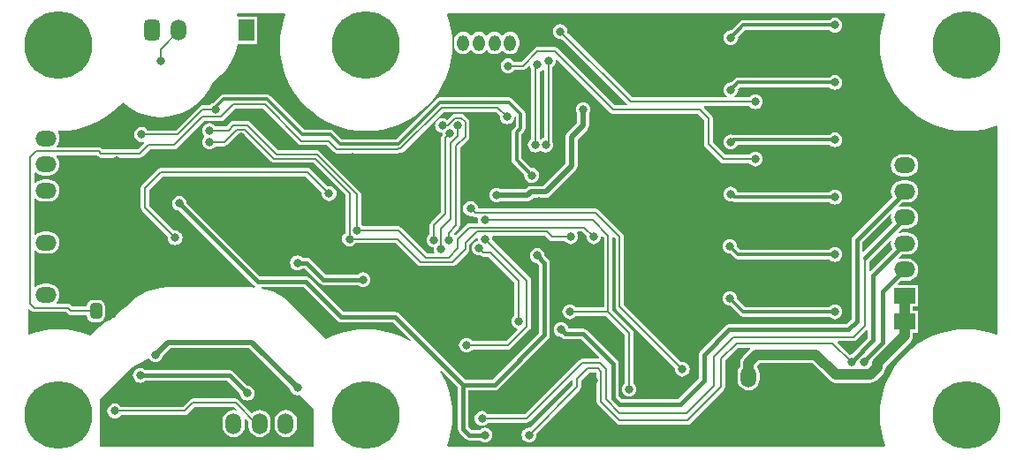
<source format=gbl>
G04*
G04 #@! TF.GenerationSoftware,Altium Limited,Altium Designer,20.0.13 (296)*
G04*
G04 Layer_Physical_Order=2*
G04 Layer_Color=16711680*
%FSLAX43Y43*%
%MOMM*%
G71*
G01*
G75*
%ADD11C,0.400*%
%ADD12C,0.200*%
%ADD14C,0.500*%
%ADD35C,0.800*%
%ADD72C,0.300*%
%ADD74C,1.000*%
%ADD77C,6.500*%
%ADD78R,1.150X1.500*%
%ADD79O,1.150X1.500*%
%ADD80O,1.500X2.000*%
G04:AMPARAMS|DCode=81|XSize=1.5mm|YSize=2mm|CornerRadius=0.375mm|HoleSize=0mm|Usage=FLASHONLY|Rotation=0.000|XOffset=0mm|YOffset=0mm|HoleType=Round|Shape=RoundedRectangle|*
%AMROUNDEDRECTD81*
21,1,1.500,1.250,0,0,0.0*
21,1,0.750,2.000,0,0,0.0*
1,1,0.750,0.375,-0.625*
1,1,0.750,-0.375,-0.625*
1,1,0.750,-0.375,0.625*
1,1,0.750,0.375,0.625*
%
%ADD81ROUNDEDRECTD81*%
%ADD82R,1.500X2.000*%
%ADD83O,2.000X1.500*%
%ADD84R,2.000X1.500*%
G04:AMPARAMS|DCode=85|XSize=1.15mm|YSize=1.5mm|CornerRadius=0.288mm|HoleSize=0mm|Usage=FLASHONLY|Rotation=0.000|XOffset=0mm|YOffset=0mm|HoleType=Round|Shape=RoundedRectangle|*
%AMROUNDEDRECTD85*
21,1,1.150,0.925,0,0,0.0*
21,1,0.575,1.500,0,0,0.0*
1,1,0.575,0.288,-0.463*
1,1,0.575,-0.288,-0.463*
1,1,0.575,-0.288,0.463*
1,1,0.575,0.288,0.463*
%
%ADD85ROUNDEDRECTD85*%
G36*
X151774Y141896D02*
X151596Y141398D01*
X151399Y140611D01*
X151280Y139810D01*
X151240Y139000D01*
X151280Y138190D01*
X151399Y137389D01*
X151596Y136602D01*
X151869Y135839D01*
X152215Y135106D01*
X152632Y134411D01*
X153115Y133760D01*
X153659Y133159D01*
X154260Y132615D01*
X154911Y132132D01*
X155606Y131715D01*
X156339Y131369D01*
X157102Y131096D01*
X157889Y130899D01*
X158690Y130780D01*
X159500Y130740D01*
X160310Y130780D01*
X161111Y130899D01*
X161898Y131096D01*
X162396Y131274D01*
X162500Y131201D01*
Y111299D01*
X162396Y111226D01*
X161898Y111404D01*
X161111Y111601D01*
X160310Y111720D01*
X159500Y111760D01*
X158690Y111720D01*
X157889Y111601D01*
X157102Y111404D01*
X156339Y111131D01*
X155606Y110785D01*
X154911Y110368D01*
X154260Y109885D01*
X153659Y109341D01*
X153115Y108740D01*
X152632Y108089D01*
X152215Y107394D01*
X151869Y106661D01*
X151596Y105898D01*
X151399Y105111D01*
X151280Y104310D01*
X151240Y103500D01*
X151280Y102690D01*
X151399Y101889D01*
X151596Y101102D01*
X151774Y100604D01*
X151701Y100500D01*
X109799D01*
X109726Y100604D01*
X109904Y101102D01*
X110101Y101889D01*
X110220Y102690D01*
X110260Y103500D01*
X110220Y104310D01*
X110101Y105111D01*
X109904Y105898D01*
X109631Y106661D01*
X109285Y107394D01*
X109103Y107696D01*
X109204Y107775D01*
X110790Y106189D01*
Y102200D01*
X110829Y102005D01*
X110940Y101840D01*
X111540Y101240D01*
X111705Y101129D01*
X111900Y101090D01*
X112915D01*
X113047Y100989D01*
X113217Y100918D01*
X113400Y100894D01*
X113583Y100918D01*
X113753Y100989D01*
X113899Y101101D01*
X114011Y101247D01*
X114082Y101417D01*
X114106Y101600D01*
X114082Y101783D01*
X114011Y101953D01*
X113899Y102099D01*
X113753Y102211D01*
X113583Y102282D01*
X113400Y102306D01*
X113217Y102282D01*
X113047Y102211D01*
X112915Y102110D01*
X112111D01*
X111810Y102411D01*
Y105890D01*
X114300D01*
X114495Y105929D01*
X114660Y106040D01*
X119460Y110840D01*
X119571Y111005D01*
X119610Y111200D01*
Y118100D01*
X119571Y118295D01*
X119460Y118460D01*
X119104Y118817D01*
X119082Y118983D01*
X119011Y119153D01*
X118899Y119299D01*
X118753Y119411D01*
X118583Y119482D01*
X118400Y119506D01*
X118217Y119482D01*
X118047Y119411D01*
X117901Y119299D01*
X117789Y119153D01*
X117718Y118983D01*
X117694Y118800D01*
X117718Y118617D01*
X117789Y118447D01*
X117901Y118301D01*
X118047Y118189D01*
X118217Y118118D01*
X118383Y118096D01*
X118590Y117889D01*
Y111411D01*
X114089Y106910D01*
X111511D01*
X105160Y113260D01*
X104995Y113371D01*
X104800Y113410D01*
X99811D01*
X96560Y116660D01*
X96395Y116771D01*
X96200Y116810D01*
X91811D01*
X84804Y123817D01*
X84782Y123983D01*
X84711Y124153D01*
X84599Y124299D01*
X84453Y124411D01*
X84283Y124482D01*
X84100Y124506D01*
X83917Y124482D01*
X83747Y124411D01*
X83601Y124299D01*
X83489Y124153D01*
X83418Y123983D01*
X83394Y123800D01*
X83418Y123617D01*
X83489Y123447D01*
X83601Y123301D01*
X83747Y123189D01*
X83917Y123118D01*
X84083Y123096D01*
X91240Y115940D01*
X91348Y115867D01*
X91306Y115743D01*
X91020Y115761D01*
X91020Y115761D01*
X83013D01*
X83013Y115761D01*
X82326Y115716D01*
X81651Y115582D01*
X80999Y115361D01*
X80382Y115056D01*
X79810Y114674D01*
X79293Y114220D01*
X79293Y114220D01*
X78955Y113883D01*
X78512Y113587D01*
X77980Y113120D01*
X77622Y112712D01*
X77560Y112682D01*
X77409Y112619D01*
X77267Y112537D01*
X77120Y112464D01*
X76983Y112373D01*
X76841Y112291D01*
X76711Y112191D01*
X76575Y112100D01*
X76451Y111992D01*
X76321Y111892D01*
X76205Y111776D01*
X76082Y111668D01*
X75576Y111162D01*
X74898Y111404D01*
X74111Y111601D01*
X73310Y111720D01*
X72500Y111760D01*
X71690Y111720D01*
X70889Y111601D01*
X70102Y111404D01*
X69704Y111262D01*
X69600Y111335D01*
Y113657D01*
X69717Y113706D01*
X69912Y113512D01*
X69912Y113512D01*
X70044Y113423D01*
X70200Y113392D01*
X73231D01*
X73412Y113212D01*
X73412Y113212D01*
X73544Y113123D01*
X73700Y113092D01*
X75214D01*
Y113037D01*
X75259Y112808D01*
X75389Y112614D01*
X75583Y112484D01*
X75813Y112438D01*
X76388D01*
X76617Y112484D01*
X76811Y112614D01*
X76941Y112808D01*
X76987Y113037D01*
Y113963D01*
X76941Y114192D01*
X76811Y114386D01*
X76617Y114516D01*
X76388Y114562D01*
X75813D01*
X75583Y114516D01*
X75389Y114386D01*
X75259Y114192D01*
X75214Y113963D01*
Y113908D01*
X73869D01*
X73688Y114088D01*
X73556Y114177D01*
X73400Y114208D01*
X73400Y114208D01*
X72372D01*
X72325Y114335D01*
X72467Y114520D01*
X72573Y114776D01*
X72609Y115050D01*
X72573Y115324D01*
X72467Y115580D01*
X72299Y115799D01*
X72080Y115967D01*
X71824Y116073D01*
X71550Y116109D01*
X71050D01*
X70776Y116073D01*
X70520Y115967D01*
X70335Y115825D01*
X70208Y115872D01*
Y119228D01*
X70335Y119275D01*
X70520Y119133D01*
X70776Y119027D01*
X71050Y118991D01*
X71550D01*
X71824Y119027D01*
X72080Y119133D01*
X72299Y119301D01*
X72467Y119520D01*
X72573Y119776D01*
X72609Y120050D01*
X72573Y120324D01*
X72467Y120580D01*
X72299Y120799D01*
X72080Y120967D01*
X71824Y121073D01*
X71550Y121109D01*
X71050D01*
X70776Y121073D01*
X70520Y120967D01*
X70335Y120825D01*
X70208Y120872D01*
Y124228D01*
X70335Y124275D01*
X70520Y124133D01*
X70776Y124027D01*
X71050Y123991D01*
X71550D01*
X71824Y124027D01*
X72080Y124133D01*
X72299Y124301D01*
X72467Y124520D01*
X72573Y124776D01*
X72609Y125050D01*
X72573Y125324D01*
X72467Y125580D01*
X72299Y125799D01*
X72080Y125967D01*
X71824Y126073D01*
X71550Y126109D01*
X71050D01*
X70776Y126073D01*
X70520Y125967D01*
X70335Y125825D01*
X70208Y125872D01*
Y126728D01*
X70335Y126775D01*
X70520Y126633D01*
X70776Y126527D01*
X71050Y126491D01*
X71550D01*
X71824Y126527D01*
X72080Y126633D01*
X72299Y126801D01*
X72467Y127020D01*
X72573Y127276D01*
X72609Y127550D01*
X72573Y127824D01*
X72467Y128080D01*
X72325Y128265D01*
X72372Y128392D01*
X76231D01*
X76312Y128312D01*
X76312Y128312D01*
X76444Y128223D01*
X76600Y128192D01*
X80300D01*
X80300Y128192D01*
X80456Y128223D01*
X80588Y128312D01*
X81269Y128992D01*
X83600D01*
X83600Y128992D01*
X83756Y129023D01*
X83888Y129112D01*
X86469Y131692D01*
X88100D01*
X88100Y131692D01*
X88256Y131723D01*
X88388Y131812D01*
X89469Y132892D01*
X92131D01*
X95512Y129512D01*
X95512Y129512D01*
X95644Y129423D01*
X95800Y129392D01*
X95800Y129392D01*
X98231D01*
X98912Y128712D01*
X98912Y128712D01*
X99044Y128623D01*
X99200Y128592D01*
X99200Y128592D01*
X105000D01*
X105000Y128592D01*
X105156Y128623D01*
X105184Y128642D01*
X105286D01*
X105286Y128642D01*
X105442Y128673D01*
X105575Y128762D01*
X109405Y132592D01*
X114431D01*
X114809Y132214D01*
X114794Y132100D01*
X114818Y131917D01*
X114889Y131747D01*
X115001Y131601D01*
X115147Y131489D01*
X115317Y131418D01*
X115500Y131394D01*
X115683Y131418D01*
X115853Y131489D01*
X115999Y131601D01*
X116111Y131747D01*
X116182Y131917D01*
X116199Y132044D01*
X116312Y132110D01*
X116331Y132112D01*
X116341Y132105D01*
Y131190D01*
X116076Y130924D01*
X115976Y130776D01*
X115941Y130600D01*
Y127950D01*
X115976Y127774D01*
X116076Y127626D01*
X117151Y126551D01*
X117144Y126500D01*
X117168Y126317D01*
X117239Y126147D01*
X117351Y126001D01*
X117497Y125889D01*
X117667Y125818D01*
X117850Y125794D01*
X118033Y125818D01*
X118203Y125889D01*
X118349Y126001D01*
X118461Y126147D01*
X118532Y126317D01*
X118556Y126500D01*
X118532Y126683D01*
X118461Y126853D01*
X118349Y126999D01*
X118203Y127111D01*
X118033Y127182D01*
X117850Y127206D01*
X117799Y127199D01*
X116859Y128140D01*
Y130410D01*
X117124Y130676D01*
X117224Y130824D01*
X117259Y131000D01*
Y132400D01*
X117224Y132576D01*
X117124Y132724D01*
X116024Y133824D01*
X115876Y133924D01*
X115700Y133959D01*
X109100D01*
X108924Y133924D01*
X108776Y133824D01*
X104910Y129959D01*
X99690D01*
X98924Y130724D01*
X98776Y130824D01*
X98600Y130859D01*
X96090D01*
X92824Y134124D01*
X92676Y134224D01*
X92500Y134259D01*
X88300D01*
X88124Y134224D01*
X87976Y134124D01*
X87276Y133424D01*
X87275Y133423D01*
X87247Y133411D01*
X87101Y133299D01*
X87031Y133208D01*
X86300D01*
X86300Y133208D01*
X86144Y133177D01*
X86012Y133088D01*
X83731Y130808D01*
X81069D01*
X80999Y130899D01*
X80853Y131011D01*
X80683Y131082D01*
X80500Y131106D01*
X80317Y131082D01*
X80147Y131011D01*
X80001Y130899D01*
X79889Y130753D01*
X79818Y130583D01*
X79794Y130400D01*
X79818Y130217D01*
X79889Y130047D01*
X80001Y129901D01*
X80147Y129789D01*
X80317Y129718D01*
X80500Y129694D01*
X80658Y129715D01*
X80705Y129656D01*
X80724Y129601D01*
X80131Y129008D01*
X76769D01*
X76688Y129088D01*
X76556Y129177D01*
X76400Y129208D01*
X76400Y129208D01*
X72372D01*
X72325Y129335D01*
X72467Y129520D01*
X72573Y129776D01*
X72609Y130050D01*
X72573Y130324D01*
X72467Y130580D01*
X72430Y130628D01*
X72468Y130701D01*
X72504Y130740D01*
X73310Y130780D01*
X74111Y130899D01*
X74898Y131096D01*
X75661Y131369D01*
X76394Y131715D01*
X77089Y132132D01*
X77740Y132615D01*
X78341Y133159D01*
X78659Y133511D01*
X79006Y133207D01*
X79594Y132813D01*
X80229Y132500D01*
X80899Y132273D01*
X81594Y132135D01*
X82300Y132088D01*
X83006Y132135D01*
X83701Y132273D01*
X84371Y132500D01*
X85006Y132813D01*
X85594Y133207D01*
X86127Y133673D01*
X86593Y134206D01*
X86987Y134794D01*
X87300Y135429D01*
X87304Y135442D01*
X87508Y135578D01*
X88075Y136075D01*
X88572Y136642D01*
X88990Y137269D01*
X89324Y137945D01*
X89566Y138659D01*
X89654Y139100D01*
X91550D01*
Y141700D01*
X89654D01*
X89614Y141902D01*
X89694Y142000D01*
X94201D01*
X94274Y141896D01*
X94096Y141398D01*
X93899Y140611D01*
X93780Y139810D01*
X93740Y139000D01*
X93780Y138190D01*
X93899Y137389D01*
X94096Y136602D01*
X94369Y135839D01*
X94715Y135106D01*
X95132Y134411D01*
X95615Y133760D01*
X96159Y133159D01*
X96760Y132615D01*
X97411Y132132D01*
X98106Y131715D01*
X98839Y131369D01*
X99602Y131096D01*
X100389Y130899D01*
X101190Y130780D01*
X102000Y130740D01*
X102810Y130780D01*
X103611Y130899D01*
X104398Y131096D01*
X105161Y131369D01*
X105894Y131715D01*
X106589Y132132D01*
X107240Y132615D01*
X107841Y133159D01*
X108385Y133760D01*
X108868Y134411D01*
X109285Y135106D01*
X109631Y135839D01*
X109904Y136602D01*
X110101Y137389D01*
X110220Y138190D01*
X110260Y139000D01*
X110220Y139810D01*
X110101Y140611D01*
X109904Y141398D01*
X109726Y141896D01*
X109799Y142000D01*
X151701D01*
X151774Y141896D01*
D02*
G37*
G36*
X99240Y112540D02*
X99405Y112429D01*
X99600Y112390D01*
X104589D01*
X106275Y110704D01*
X106196Y110603D01*
X105894Y110785D01*
X105161Y111131D01*
X104398Y111404D01*
X103611Y111601D01*
X102810Y111720D01*
X102000Y111760D01*
X101190Y111720D01*
X100389Y111601D01*
X99602Y111404D01*
X98839Y111131D01*
X98154Y110807D01*
X94740Y114220D01*
X94223Y114674D01*
X93651Y115056D01*
X93033Y115361D01*
X92382Y115582D01*
X91973Y115663D01*
X91986Y115790D01*
X95989D01*
X99240Y112540D01*
D02*
G37*
G36*
X94717Y106010D02*
X94728Y105927D01*
X94799Y105757D01*
X94911Y105611D01*
X95057Y105499D01*
X95227Y105428D01*
X95410Y105404D01*
X95574Y105426D01*
X97000Y104000D01*
Y100500D01*
X76500D01*
Y105000D01*
X79625Y108125D01*
X79738Y108163D01*
X80393Y108487D01*
X81001Y108893D01*
X81158Y109030D01*
X81195Y108941D01*
X81307Y108794D01*
X81453Y108682D01*
X81624Y108612D01*
X81806Y108588D01*
X81989Y108612D01*
X82159Y108682D01*
X82306Y108794D01*
X82418Y108941D01*
X82488Y109111D01*
X82499Y109193D01*
X83245Y109939D01*
X90788D01*
X94717Y106010D01*
D02*
G37*
%LPC*%
G36*
X146900Y141606D02*
X146717Y141582D01*
X146547Y141511D01*
X146401Y141399D01*
X146370Y141359D01*
X138150D01*
X137974Y141324D01*
X137826Y141224D01*
X137001Y140399D01*
X136950Y140406D01*
X136767Y140382D01*
X136597Y140311D01*
X136451Y140199D01*
X136339Y140053D01*
X136268Y139883D01*
X136244Y139700D01*
X136268Y139517D01*
X136339Y139347D01*
X136451Y139201D01*
X136597Y139089D01*
X136767Y139018D01*
X136950Y138994D01*
X137133Y139018D01*
X137303Y139089D01*
X137449Y139201D01*
X137561Y139347D01*
X137632Y139517D01*
X137656Y139700D01*
X137649Y139751D01*
X138340Y140441D01*
X146370D01*
X146401Y140401D01*
X146547Y140289D01*
X146717Y140218D01*
X146900Y140194D01*
X147083Y140218D01*
X147253Y140289D01*
X147399Y140401D01*
X147511Y140547D01*
X147582Y140717D01*
X147606Y140900D01*
X147582Y141083D01*
X147511Y141253D01*
X147399Y141399D01*
X147253Y141511D01*
X147083Y141582D01*
X146900Y141606D01*
D02*
G37*
G36*
X115800Y140258D02*
X115572Y140227D01*
X115359Y140139D01*
X115176Y139999D01*
X115114Y139918D01*
X114987D01*
X114924Y139999D01*
X114741Y140139D01*
X114528Y140227D01*
X114300Y140258D01*
X114072Y140227D01*
X113859Y140139D01*
X113676Y139999D01*
X113614Y139918D01*
X113487D01*
X113424Y139999D01*
X113241Y140139D01*
X113028Y140227D01*
X112800Y140258D01*
X112572Y140227D01*
X112359Y140139D01*
X112176Y139999D01*
X112114Y139918D01*
X111987D01*
X111924Y139999D01*
X111741Y140139D01*
X111528Y140227D01*
X111300Y140258D01*
X111072Y140227D01*
X110859Y140139D01*
X110676Y139999D01*
X110536Y139816D01*
X110448Y139603D01*
X110417Y139375D01*
Y139025D01*
X110448Y138797D01*
X110536Y138584D01*
X110676Y138401D01*
X110859Y138261D01*
X111072Y138173D01*
X111300Y138142D01*
X111528Y138173D01*
X111741Y138261D01*
X111924Y138401D01*
X111987Y138482D01*
X112114D01*
X112176Y138401D01*
X112359Y138261D01*
X112572Y138173D01*
X112800Y138142D01*
X113028Y138173D01*
X113241Y138261D01*
X113424Y138401D01*
X113487Y138482D01*
X113614D01*
X113676Y138401D01*
X113859Y138261D01*
X114072Y138173D01*
X114300Y138142D01*
X114528Y138173D01*
X114741Y138261D01*
X114924Y138401D01*
X114987Y138482D01*
X115114D01*
X115176Y138401D01*
X115359Y138261D01*
X115572Y138173D01*
X115800Y138142D01*
X116028Y138173D01*
X116241Y138261D01*
X116424Y138401D01*
X116564Y138584D01*
X116652Y138797D01*
X116683Y139025D01*
Y139375D01*
X116652Y139603D01*
X116564Y139816D01*
X116424Y139999D01*
X116241Y140139D01*
X116028Y140227D01*
X115800Y140258D01*
D02*
G37*
G36*
X120600Y141006D02*
X120417Y140982D01*
X120247Y140911D01*
X120101Y140799D01*
X119989Y140653D01*
X119918Y140483D01*
X119894Y140300D01*
X119918Y140117D01*
X119989Y139947D01*
X120101Y139801D01*
X120247Y139689D01*
X120417Y139618D01*
X120600Y139594D01*
X120714Y139609D01*
X126988Y133335D01*
X126936Y133208D01*
X125869D01*
X120388Y138688D01*
X120256Y138777D01*
X120100Y138808D01*
X120100Y138808D01*
X118400D01*
X118400Y138808D01*
X118244Y138777D01*
X118112Y138688D01*
X118112Y138688D01*
X116831Y137408D01*
X116169D01*
X116099Y137499D01*
X115953Y137611D01*
X115783Y137682D01*
X115600Y137706D01*
X115417Y137682D01*
X115247Y137611D01*
X115101Y137499D01*
X114989Y137353D01*
X114918Y137183D01*
X114894Y137000D01*
X114918Y136817D01*
X114989Y136647D01*
X115101Y136501D01*
X115247Y136389D01*
X115417Y136318D01*
X115600Y136294D01*
X115783Y136318D01*
X115953Y136389D01*
X116099Y136501D01*
X116169Y136592D01*
X117000D01*
X117000Y136592D01*
X117156Y136623D01*
X117288Y136712D01*
X117579Y137002D01*
X117713Y136956D01*
X117718Y136917D01*
X117789Y136747D01*
X117792Y136742D01*
Y130808D01*
Y129969D01*
X117701Y129899D01*
X117589Y129753D01*
X117518Y129583D01*
X117494Y129400D01*
X117518Y129217D01*
X117589Y129047D01*
X117701Y128901D01*
X117847Y128789D01*
X118017Y128718D01*
X118200Y128694D01*
X118383Y128718D01*
X118553Y128789D01*
X118599Y128824D01*
X118700Y128900D01*
X118801Y128824D01*
X118847Y128789D01*
X119017Y128718D01*
X119200Y128694D01*
X119383Y128718D01*
X119553Y128789D01*
X119699Y128901D01*
X119811Y129047D01*
X119882Y129217D01*
X119906Y129400D01*
X119882Y129583D01*
X119857Y129644D01*
X119858Y129650D01*
Y136881D01*
X119949Y136951D01*
X120061Y137097D01*
X120132Y137267D01*
X120156Y137450D01*
X120135Y137608D01*
X120194Y137655D01*
X120249Y137674D01*
X125412Y132512D01*
X125412Y132512D01*
X125544Y132423D01*
X125700Y132392D01*
X125700Y132392D01*
X133831D01*
X134392Y131831D01*
Y129500D01*
X134392Y129500D01*
X134423Y129344D01*
X134512Y129212D01*
X135962Y127762D01*
X135962Y127762D01*
X136094Y127673D01*
X136250Y127642D01*
X136250Y127642D01*
X138731D01*
X138801Y127551D01*
X138947Y127439D01*
X139117Y127368D01*
X139300Y127344D01*
X139483Y127368D01*
X139653Y127439D01*
X139799Y127551D01*
X139911Y127697D01*
X139982Y127867D01*
X140006Y128050D01*
X139982Y128233D01*
X139911Y128403D01*
X139799Y128549D01*
X139653Y128661D01*
X139483Y128732D01*
X139300Y128756D01*
X139117Y128732D01*
X138947Y128661D01*
X138801Y128549D01*
X138731Y128458D01*
X136419D01*
X135208Y129669D01*
Y132000D01*
X135177Y132156D01*
X135088Y132288D01*
X134362Y133015D01*
X134414Y133142D01*
X138731D01*
X138801Y133051D01*
X138947Y132939D01*
X139117Y132868D01*
X139300Y132844D01*
X139483Y132868D01*
X139653Y132939D01*
X139799Y133051D01*
X139911Y133197D01*
X139982Y133367D01*
X140006Y133550D01*
X139982Y133733D01*
X139911Y133903D01*
X139799Y134049D01*
X139653Y134161D01*
X139483Y134232D01*
X139300Y134256D01*
X139117Y134232D01*
X138947Y134161D01*
X138801Y134049D01*
X138731Y133958D01*
X137319D01*
X137294Y134085D01*
X137303Y134089D01*
X137449Y134201D01*
X137561Y134347D01*
X137632Y134517D01*
X137656Y134700D01*
X137649Y134751D01*
X137840Y134941D01*
X146370D01*
X146401Y134901D01*
X146547Y134789D01*
X146717Y134718D01*
X146900Y134694D01*
X147083Y134718D01*
X147253Y134789D01*
X147399Y134901D01*
X147511Y135047D01*
X147582Y135217D01*
X147606Y135400D01*
X147582Y135583D01*
X147511Y135753D01*
X147399Y135899D01*
X147253Y136011D01*
X147083Y136082D01*
X146900Y136106D01*
X146717Y136082D01*
X146547Y136011D01*
X146401Y135899D01*
X146370Y135859D01*
X137650D01*
X137474Y135824D01*
X137326Y135724D01*
X137001Y135399D01*
X136950Y135406D01*
X136767Y135382D01*
X136597Y135311D01*
X136451Y135199D01*
X136339Y135053D01*
X136268Y134883D01*
X136244Y134700D01*
X136268Y134517D01*
X136339Y134347D01*
X136451Y134201D01*
X136597Y134089D01*
X136606Y134085D01*
X136581Y133958D01*
X127519D01*
X121291Y140186D01*
X121306Y140300D01*
X121282Y140483D01*
X121211Y140653D01*
X121099Y140799D01*
X120953Y140911D01*
X120783Y140982D01*
X120600Y141006D01*
D02*
G37*
G36*
X111090Y132408D02*
X111090Y132408D01*
X110510D01*
X110510Y132408D01*
X110354Y132377D01*
X110222Y132288D01*
X110222Y132288D01*
X109761Y131828D01*
X109653Y131911D01*
X109483Y131982D01*
X109300Y132006D01*
X109117Y131982D01*
X108947Y131911D01*
X108801Y131799D01*
X108689Y131653D01*
X108618Y131483D01*
X108594Y131300D01*
X108618Y131117D01*
X108689Y130947D01*
X108801Y130801D01*
X108947Y130689D01*
X109117Y130618D01*
X109180Y130610D01*
X109294Y130500D01*
X109309Y130385D01*
X109223Y130256D01*
X109192Y130100D01*
X109192Y130100D01*
Y122969D01*
X108211Y121988D01*
X108123Y121856D01*
X108092Y121700D01*
X108092Y121700D01*
Y120869D01*
X108001Y120799D01*
X107888Y120653D01*
X107818Y120483D01*
X107794Y120300D01*
X107818Y120117D01*
X107888Y119947D01*
X108001Y119801D01*
X108147Y119689D01*
X108317Y119618D01*
X108400Y119607D01*
X108500Y119586D01*
X108503Y119472D01*
X108494Y119400D01*
X108518Y119217D01*
X108552Y119135D01*
X108467Y119008D01*
X107869D01*
X105388Y121488D01*
X105256Y121577D01*
X105100Y121608D01*
X105100Y121608D01*
X101669D01*
X101599Y121699D01*
X101508Y121769D01*
Y124677D01*
X101477Y124833D01*
X101388Y124965D01*
X101388Y124965D01*
X97565Y128788D01*
X97433Y128877D01*
X97277Y128908D01*
X97277Y128908D01*
X93569D01*
X90888Y131588D01*
X90756Y131677D01*
X90600Y131708D01*
X90600Y131708D01*
X89300D01*
X89300Y131708D01*
X89144Y131677D01*
X89012Y131588D01*
X88631Y131208D01*
X87569D01*
X87499Y131299D01*
X87353Y131411D01*
X87183Y131482D01*
X87000Y131506D01*
X86817Y131482D01*
X86647Y131411D01*
X86501Y131299D01*
X86389Y131153D01*
X86318Y130983D01*
X86294Y130800D01*
X86318Y130617D01*
X86389Y130447D01*
X86472Y130338D01*
X86490Y130250D01*
X86472Y130162D01*
X86389Y130053D01*
X86318Y129883D01*
X86294Y129700D01*
X86318Y129517D01*
X86389Y129347D01*
X86501Y129201D01*
X86647Y129089D01*
X86817Y129018D01*
X87000Y128994D01*
X87183Y129018D01*
X87353Y129089D01*
X87499Y129201D01*
X87569Y129292D01*
X88377D01*
X88377Y129292D01*
X88533Y129323D01*
X88665Y129412D01*
X89746Y130492D01*
X90231D01*
X92912Y127812D01*
X92912Y127812D01*
X93044Y127723D01*
X93200Y127692D01*
X96931D01*
X99992Y124631D01*
Y120969D01*
X99901Y120899D01*
X99789Y120753D01*
X99718Y120583D01*
X99694Y120400D01*
X99718Y120217D01*
X99789Y120047D01*
X99901Y119901D01*
X100047Y119789D01*
X100217Y119718D01*
X100400Y119694D01*
X100583Y119718D01*
X100753Y119789D01*
X100899Y119901D01*
X100969Y119992D01*
X104831D01*
X106912Y117912D01*
X106912Y117912D01*
X107044Y117823D01*
X107200Y117792D01*
X107200Y117792D01*
X110300D01*
X110300Y117792D01*
X110456Y117823D01*
X110588Y117912D01*
X111788Y119112D01*
X111788Y119112D01*
X111877Y119244D01*
X111908Y119400D01*
Y119831D01*
X112579Y120503D01*
X112700Y120443D01*
X112694Y120400D01*
X112718Y120219D01*
X112606Y120204D01*
X112436Y120133D01*
X112289Y120021D01*
X112177Y119875D01*
X112107Y119705D01*
X112083Y119522D01*
X112107Y119339D01*
X112177Y119169D01*
X112289Y119023D01*
X112436Y118910D01*
X112606Y118840D01*
X112789Y118816D01*
X112903Y118831D01*
X112922Y118812D01*
X113054Y118723D01*
X113211Y118692D01*
X113211Y118692D01*
X113731D01*
X116192Y116231D01*
Y113069D01*
X116101Y112999D01*
X115989Y112853D01*
X115918Y112683D01*
X115894Y112500D01*
X115918Y112317D01*
X115989Y112147D01*
X116101Y112001D01*
X116247Y111889D01*
X116417Y111818D01*
X116456Y111813D01*
X116502Y111679D01*
X115431Y110608D01*
X112169D01*
X112099Y110699D01*
X111953Y110811D01*
X111783Y110882D01*
X111600Y110906D01*
X111417Y110882D01*
X111247Y110811D01*
X111101Y110699D01*
X110989Y110553D01*
X110918Y110383D01*
X110894Y110200D01*
X110918Y110017D01*
X110989Y109847D01*
X111101Y109701D01*
X111247Y109589D01*
X111417Y109518D01*
X111600Y109494D01*
X111783Y109518D01*
X111953Y109589D01*
X112099Y109701D01*
X112169Y109792D01*
X115600D01*
X115600Y109792D01*
X115756Y109823D01*
X115888Y109912D01*
X117688Y111712D01*
X117777Y111844D01*
X117808Y112000D01*
X117808Y112000D01*
Y116400D01*
X117808Y116400D01*
X117777Y116556D01*
X117688Y116688D01*
X117688Y116688D01*
X114091Y120286D01*
X114106Y120400D01*
X114084Y120565D01*
X114103Y120620D01*
X114151Y120692D01*
X119131D01*
X119512Y120312D01*
X119644Y120223D01*
X119800Y120192D01*
X119800Y120192D01*
X121031D01*
X121101Y120101D01*
X121247Y119989D01*
X121417Y119918D01*
X121600Y119894D01*
X121783Y119918D01*
X121953Y119989D01*
X122099Y120101D01*
X122211Y120247D01*
X122282Y120417D01*
X122306Y120600D01*
X122282Y120783D01*
X122211Y120953D01*
X122192Y120978D01*
X122248Y121092D01*
X122731D01*
X123109Y120714D01*
X123094Y120600D01*
X123118Y120417D01*
X123189Y120247D01*
X123301Y120101D01*
X123447Y119989D01*
X123617Y119918D01*
X123800Y119894D01*
X123983Y119918D01*
X124153Y119989D01*
X124299Y120101D01*
X124411Y120247D01*
X124482Y120417D01*
X124506Y120600D01*
X124500Y120643D01*
X124621Y120703D01*
X124792Y120531D01*
Y113808D01*
X122069D01*
X121999Y113899D01*
X121853Y114011D01*
X121683Y114082D01*
X121500Y114106D01*
X121317Y114082D01*
X121147Y114011D01*
X121001Y113899D01*
X120889Y113753D01*
X120818Y113583D01*
X120794Y113400D01*
X120818Y113217D01*
X120889Y113047D01*
X121001Y112901D01*
X121147Y112789D01*
X121317Y112718D01*
X121500Y112694D01*
X121683Y112718D01*
X121853Y112789D01*
X121999Y112901D01*
X122069Y112992D01*
X125031D01*
X126792Y111231D01*
Y106569D01*
X126701Y106499D01*
X126589Y106353D01*
X126518Y106183D01*
X126494Y106000D01*
X126518Y105817D01*
X126589Y105647D01*
X126701Y105501D01*
X126847Y105389D01*
X127017Y105318D01*
X127200Y105294D01*
X127383Y105318D01*
X127553Y105389D01*
X127699Y105501D01*
X127811Y105647D01*
X127882Y105817D01*
X127906Y106000D01*
X127882Y106183D01*
X127811Y106353D01*
X127699Y106499D01*
X127608Y106569D01*
Y111400D01*
X127608Y111400D01*
X127577Y111556D01*
X127488Y111688D01*
X127488Y111688D01*
X125608Y113569D01*
Y120536D01*
X125735Y120588D01*
X125892Y120431D01*
Y113900D01*
X125892Y113900D01*
X125923Y113744D01*
X126012Y113612D01*
X131609Y108014D01*
X131594Y107900D01*
X131618Y107717D01*
X131689Y107547D01*
X131801Y107401D01*
X131947Y107289D01*
X132117Y107218D01*
X132300Y107194D01*
X132483Y107218D01*
X132653Y107289D01*
X132799Y107401D01*
X132911Y107547D01*
X132982Y107717D01*
X133006Y107900D01*
X132982Y108083D01*
X132911Y108253D01*
X132799Y108399D01*
X132653Y108511D01*
X132483Y108582D01*
X132300Y108606D01*
X132186Y108591D01*
X126708Y114069D01*
Y120600D01*
X126708Y120600D01*
X126677Y120756D01*
X126588Y120888D01*
X124288Y123188D01*
X124156Y123277D01*
X124000Y123308D01*
X124000Y123308D01*
X112705D01*
X112682Y123482D01*
X112611Y123653D01*
X112499Y123799D01*
X112353Y123911D01*
X112183Y123982D01*
X112000Y124006D01*
X111817Y123982D01*
X111647Y123911D01*
X111501Y123799D01*
X111388Y123653D01*
X111318Y123482D01*
X111294Y123300D01*
X111318Y123117D01*
X111388Y122947D01*
X111501Y122801D01*
X111647Y122688D01*
X111817Y122618D01*
X112000Y122594D01*
X112183Y122618D01*
X112199Y122624D01*
X112212Y122612D01*
X112212Y122612D01*
X112344Y122523D01*
X112500Y122492D01*
X112649D01*
X112697Y122420D01*
X112716Y122365D01*
X112694Y122200D01*
X112716Y122035D01*
X112697Y121980D01*
X112649Y121908D01*
X111900D01*
X111744Y121877D01*
X111612Y121788D01*
X111612Y121788D01*
X110587Y120764D01*
X110420Y120773D01*
X110399Y120799D01*
X110392Y120915D01*
X110888Y121412D01*
X110977Y121544D01*
X111008Y121700D01*
Y129131D01*
X111788Y129912D01*
X111788Y129912D01*
X111877Y130044D01*
X111908Y130200D01*
X111908Y130200D01*
Y131590D01*
X111908Y131590D01*
X111877Y131746D01*
X111788Y131878D01*
X111788Y131878D01*
X111378Y132288D01*
X111246Y132377D01*
X111220Y132382D01*
X111090Y132408D01*
D02*
G37*
G36*
X146900Y130606D02*
X146717Y130582D01*
X146547Y130511D01*
X146401Y130399D01*
X146370Y130359D01*
X137189D01*
X137133Y130382D01*
X136950Y130406D01*
X136767Y130382D01*
X136597Y130311D01*
X136451Y130199D01*
X136339Y130053D01*
X136268Y129883D01*
X136244Y129700D01*
X136268Y129517D01*
X136339Y129347D01*
X136451Y129201D01*
X136597Y129089D01*
X136767Y129018D01*
X136950Y128994D01*
X137133Y129018D01*
X137303Y129089D01*
X137449Y129201D01*
X137561Y129347D01*
X137600Y129441D01*
X146370D01*
X146401Y129401D01*
X146547Y129289D01*
X146717Y129218D01*
X146900Y129194D01*
X147083Y129218D01*
X147253Y129289D01*
X147399Y129401D01*
X147511Y129547D01*
X147582Y129717D01*
X147606Y129900D01*
X147582Y130083D01*
X147511Y130253D01*
X147399Y130399D01*
X147253Y130511D01*
X147083Y130582D01*
X146900Y130606D01*
D02*
G37*
G36*
X153850Y128509D02*
X153350D01*
X153076Y128473D01*
X152820Y128367D01*
X152601Y128199D01*
X152433Y127980D01*
X152327Y127724D01*
X152291Y127450D01*
X152327Y127176D01*
X152433Y126920D01*
X152601Y126701D01*
X152820Y126533D01*
X153076Y126427D01*
X153350Y126391D01*
X153850D01*
X154124Y126427D01*
X154380Y126533D01*
X154599Y126701D01*
X154767Y126920D01*
X154873Y127176D01*
X154909Y127450D01*
X154873Y127724D01*
X154767Y127980D01*
X154599Y128199D01*
X154380Y128367D01*
X154124Y128473D01*
X153850Y128509D01*
D02*
G37*
G36*
X122800Y133506D02*
X122617Y133482D01*
X122447Y133411D01*
X122301Y133299D01*
X122189Y133153D01*
X122118Y132983D01*
X122094Y132800D01*
X122118Y132617D01*
X122189Y132447D01*
X122239Y132381D01*
Y131532D01*
X121303Y130597D01*
X121182Y130415D01*
X121139Y130200D01*
Y127632D01*
X118968Y125461D01*
X117800D01*
X117585Y125418D01*
X117403Y125297D01*
X117268Y125161D01*
X114919D01*
X114853Y125211D01*
X114683Y125282D01*
X114500Y125306D01*
X114317Y125282D01*
X114147Y125211D01*
X114001Y125099D01*
X113889Y124953D01*
X113818Y124783D01*
X113794Y124600D01*
X113818Y124417D01*
X113889Y124247D01*
X114001Y124101D01*
X114147Y123989D01*
X114317Y123918D01*
X114500Y123894D01*
X114683Y123918D01*
X114853Y123989D01*
X114919Y124039D01*
X117500D01*
X117715Y124082D01*
X117897Y124203D01*
X118032Y124339D01*
X119200D01*
X119415Y124382D01*
X119597Y124503D01*
X122097Y127003D01*
X122218Y127185D01*
X122261Y127400D01*
Y129968D01*
X123197Y130903D01*
X123318Y131085D01*
X123361Y131300D01*
Y132381D01*
X123411Y132447D01*
X123482Y132617D01*
X123506Y132800D01*
X123482Y132983D01*
X123411Y133153D01*
X123299Y133299D01*
X123153Y133411D01*
X122983Y133482D01*
X122800Y133506D01*
D02*
G37*
G36*
X96400Y127208D02*
X96400Y127208D01*
X82300D01*
X82144Y127177D01*
X82012Y127088D01*
X82012Y127088D01*
X80512Y125588D01*
X80423Y125456D01*
X80392Y125300D01*
X80392Y125300D01*
Y123400D01*
X80392Y123400D01*
X80423Y123244D01*
X80512Y123112D01*
X83009Y120614D01*
X82994Y120500D01*
X83018Y120317D01*
X83089Y120147D01*
X83201Y120001D01*
X83347Y119889D01*
X83517Y119818D01*
X83700Y119794D01*
X83883Y119818D01*
X84053Y119889D01*
X84199Y120001D01*
X84311Y120147D01*
X84382Y120317D01*
X84406Y120500D01*
X84382Y120683D01*
X84311Y120853D01*
X84199Y120999D01*
X84053Y121111D01*
X83883Y121182D01*
X83700Y121206D01*
X83586Y121191D01*
X81208Y123569D01*
Y125131D01*
X82469Y126392D01*
X96231D01*
X97759Y124864D01*
X97744Y124750D01*
X97768Y124567D01*
X97839Y124397D01*
X97951Y124251D01*
X98097Y124139D01*
X98267Y124068D01*
X98450Y124044D01*
X98633Y124068D01*
X98803Y124139D01*
X98949Y124251D01*
X99061Y124397D01*
X99132Y124567D01*
X99156Y124750D01*
X99132Y124933D01*
X99061Y125103D01*
X98949Y125249D01*
X98803Y125361D01*
X98633Y125432D01*
X98450Y125456D01*
X98336Y125441D01*
X96688Y127088D01*
X96556Y127177D01*
X96530Y127182D01*
X96400Y127208D01*
D02*
G37*
G36*
X153850Y126009D02*
X153350D01*
X153076Y125973D01*
X152820Y125867D01*
X152601Y125699D01*
X152433Y125480D01*
X152327Y125224D01*
X152291Y124950D01*
X152327Y124676D01*
X152423Y124444D01*
X148640Y120660D01*
X148529Y120495D01*
X148490Y120300D01*
Y112711D01*
X147989Y112210D01*
X136800D01*
X136605Y112171D01*
X136440Y112060D01*
X134040Y109660D01*
X133929Y109495D01*
X133890Y109300D01*
Y107011D01*
X131889Y105010D01*
X126511D01*
X126210Y105311D01*
Y108400D01*
X126171Y108595D01*
X126060Y108760D01*
X123160Y111660D01*
X122995Y111771D01*
X122800Y111810D01*
X121392D01*
X121382Y111883D01*
X121311Y112053D01*
X121199Y112199D01*
X121053Y112311D01*
X120883Y112382D01*
X120700Y112406D01*
X120517Y112382D01*
X120347Y112311D01*
X120201Y112199D01*
X120089Y112053D01*
X120018Y111883D01*
X119994Y111700D01*
X120018Y111517D01*
X120089Y111347D01*
X120201Y111201D01*
X120347Y111089D01*
X120517Y111018D01*
X120683Y110996D01*
X120740Y110940D01*
X120905Y110829D01*
X121100Y110790D01*
X122589D01*
X124344Y109035D01*
X124292Y108908D01*
X122700D01*
X122700Y108908D01*
X122544Y108877D01*
X122412Y108788D01*
X122412Y108788D01*
X117231Y103608D01*
X113669D01*
X113599Y103699D01*
X113453Y103811D01*
X113283Y103882D01*
X113100Y103906D01*
X112917Y103882D01*
X112747Y103811D01*
X112601Y103699D01*
X112489Y103553D01*
X112418Y103383D01*
X112394Y103200D01*
X112418Y103017D01*
X112489Y102847D01*
X112601Y102701D01*
X112747Y102589D01*
X112917Y102518D01*
X113100Y102494D01*
X113283Y102518D01*
X113453Y102589D01*
X113599Y102701D01*
X113669Y102792D01*
X117400D01*
X117400Y102792D01*
X117556Y102823D01*
X117688Y102912D01*
X121665Y106888D01*
X121792Y106836D01*
Y106369D01*
X117714Y102291D01*
X117600Y102306D01*
X117417Y102282D01*
X117247Y102211D01*
X117101Y102099D01*
X116989Y101953D01*
X116918Y101783D01*
X116894Y101600D01*
X116918Y101417D01*
X116989Y101247D01*
X117101Y101101D01*
X117247Y100989D01*
X117417Y100918D01*
X117600Y100894D01*
X117783Y100918D01*
X117953Y100989D01*
X118099Y101101D01*
X118211Y101247D01*
X118282Y101417D01*
X118306Y101600D01*
X118291Y101714D01*
X122488Y105912D01*
X122488Y105912D01*
X122577Y106044D01*
X122608Y106200D01*
X122608Y106200D01*
Y106831D01*
X123369Y107592D01*
X124031D01*
X124092Y107531D01*
Y104800D01*
X124092Y104800D01*
X124123Y104644D01*
X124212Y104512D01*
X126012Y102712D01*
X126012Y102712D01*
X126144Y102623D01*
X126300Y102592D01*
X132800D01*
X132800Y102592D01*
X132956Y102623D01*
X133088Y102712D01*
X136288Y105912D01*
X136288Y105912D01*
X136377Y106044D01*
X136408Y106200D01*
X136408Y106200D01*
Y108731D01*
X137669Y109992D01*
X138790D01*
X138822Y109899D01*
X138824Y109865D01*
X138079Y109121D01*
X137951Y108953D01*
X137871Y108759D01*
X137843Y108550D01*
Y108123D01*
X137733Y107980D01*
X137627Y107724D01*
X137591Y107450D01*
Y106950D01*
X137627Y106676D01*
X137733Y106420D01*
X137901Y106201D01*
X138120Y106033D01*
X138376Y105927D01*
X138650Y105891D01*
X138924Y105927D01*
X139180Y106033D01*
X139399Y106201D01*
X139567Y106420D01*
X139673Y106676D01*
X139709Y106950D01*
Y107450D01*
X139673Y107724D01*
X139567Y107980D01*
X139457Y108123D01*
Y108216D01*
X139734Y108493D01*
X144766D01*
X146429Y106829D01*
X146597Y106701D01*
X146791Y106621D01*
X147000Y106593D01*
X150300D01*
X150509Y106621D01*
X150703Y106701D01*
X150871Y106829D01*
X151571Y107529D01*
X151699Y107697D01*
X151779Y107891D01*
X151807Y108100D01*
Y108166D01*
X154171Y110529D01*
X154299Y110697D01*
X154379Y110891D01*
X154407Y111100D01*
Y111400D01*
X154900D01*
Y113500D01*
X154407D01*
Y113900D01*
X154900D01*
Y116000D01*
X152987D01*
X152938Y116117D01*
X153228Y116407D01*
X153350Y116391D01*
X153850D01*
X154124Y116427D01*
X154380Y116533D01*
X154599Y116701D01*
X154767Y116920D01*
X154873Y117176D01*
X154909Y117450D01*
X154873Y117724D01*
X154767Y117980D01*
X154599Y118199D01*
X154380Y118367D01*
X154124Y118473D01*
X153850Y118509D01*
X153350D01*
X153076Y118473D01*
X153072Y118471D01*
X153000Y118579D01*
X153316Y118895D01*
X153350Y118891D01*
X153850D01*
X154124Y118927D01*
X154380Y119033D01*
X154599Y119201D01*
X154767Y119420D01*
X154873Y119676D01*
X154909Y119950D01*
X154873Y120224D01*
X154767Y120480D01*
X154599Y120699D01*
X154380Y120867D01*
X154124Y120973D01*
X153850Y121009D01*
X153350D01*
X153076Y120973D01*
X153072Y120971D01*
X153000Y121079D01*
X153316Y121395D01*
X153350Y121391D01*
X153850D01*
X154124Y121427D01*
X154380Y121533D01*
X154599Y121701D01*
X154767Y121920D01*
X154873Y122176D01*
X154909Y122450D01*
X154873Y122724D01*
X154767Y122980D01*
X154599Y123199D01*
X154380Y123367D01*
X154124Y123473D01*
X153850Y123509D01*
X153350D01*
X153076Y123473D01*
X153072Y123471D01*
X153000Y123579D01*
X153316Y123895D01*
X153350Y123891D01*
X153850D01*
X154124Y123927D01*
X154380Y124033D01*
X154599Y124201D01*
X154767Y124420D01*
X154873Y124676D01*
X154909Y124950D01*
X154873Y125224D01*
X154767Y125480D01*
X154599Y125699D01*
X154380Y125867D01*
X154124Y125973D01*
X153850Y126009D01*
D02*
G37*
G36*
X136950Y125406D02*
X136767Y125382D01*
X136597Y125311D01*
X136451Y125199D01*
X136339Y125053D01*
X136268Y124883D01*
X136244Y124700D01*
X136268Y124517D01*
X136339Y124347D01*
X136451Y124201D01*
X136597Y124089D01*
X136767Y124018D01*
X136950Y123994D01*
X137032Y124005D01*
X137074Y123976D01*
X137250Y123941D01*
X146370D01*
X146401Y123901D01*
X146547Y123789D01*
X146717Y123718D01*
X146900Y123694D01*
X147083Y123718D01*
X147253Y123789D01*
X147399Y123901D01*
X147511Y124047D01*
X147582Y124217D01*
X147606Y124400D01*
X147582Y124583D01*
X147511Y124753D01*
X147399Y124899D01*
X147253Y125011D01*
X147083Y125082D01*
X146900Y125106D01*
X146717Y125082D01*
X146547Y125011D01*
X146401Y124899D01*
X146370Y124859D01*
X137635D01*
X137632Y124883D01*
X137561Y125053D01*
X137449Y125199D01*
X137303Y125311D01*
X137133Y125382D01*
X136950Y125406D01*
D02*
G37*
G36*
X136850Y120406D02*
X136667Y120382D01*
X136497Y120311D01*
X136351Y120199D01*
X136239Y120053D01*
X136168Y119883D01*
X136144Y119700D01*
X136168Y119517D01*
X136239Y119347D01*
X136351Y119201D01*
X136497Y119089D01*
X136667Y119018D01*
X136850Y118994D01*
X136901Y119001D01*
X137326Y118576D01*
X137474Y118476D01*
X137650Y118441D01*
X146370D01*
X146401Y118401D01*
X146547Y118289D01*
X146717Y118218D01*
X146900Y118194D01*
X147083Y118218D01*
X147253Y118289D01*
X147399Y118401D01*
X147511Y118547D01*
X147582Y118717D01*
X147606Y118900D01*
X147582Y119083D01*
X147511Y119253D01*
X147399Y119399D01*
X147253Y119511D01*
X147083Y119582D01*
X146900Y119606D01*
X146717Y119582D01*
X146547Y119511D01*
X146401Y119399D01*
X146370Y119359D01*
X137840D01*
X137549Y119649D01*
X137556Y119700D01*
X137532Y119883D01*
X137461Y120053D01*
X137349Y120199D01*
X137203Y120311D01*
X137033Y120382D01*
X136850Y120406D01*
D02*
G37*
G36*
X95410Y118816D02*
X95227Y118792D01*
X95057Y118721D01*
X94911Y118609D01*
X94799Y118463D01*
X94728Y118293D01*
X94704Y118110D01*
X94728Y117927D01*
X94799Y117757D01*
X94911Y117611D01*
X95057Y117499D01*
X95227Y117428D01*
X95410Y117404D01*
X95593Y117428D01*
X95763Y117499D01*
X95895Y117600D01*
X96079D01*
X97540Y116140D01*
X97705Y116029D01*
X97900Y115990D01*
X101215D01*
X101347Y115889D01*
X101517Y115818D01*
X101700Y115794D01*
X101883Y115818D01*
X102053Y115889D01*
X102199Y116001D01*
X102311Y116147D01*
X102382Y116317D01*
X102406Y116500D01*
X102382Y116683D01*
X102311Y116853D01*
X102199Y116999D01*
X102053Y117111D01*
X101883Y117182D01*
X101700Y117206D01*
X101517Y117182D01*
X101347Y117111D01*
X101215Y117010D01*
X98111D01*
X96650Y118470D01*
X96485Y118581D01*
X96290Y118620D01*
X95895D01*
X95763Y118721D01*
X95593Y118792D01*
X95410Y118816D01*
D02*
G37*
G36*
X136850Y115406D02*
X136667Y115382D01*
X136497Y115311D01*
X136351Y115199D01*
X136239Y115053D01*
X136168Y114883D01*
X136144Y114700D01*
X136168Y114517D01*
X136239Y114347D01*
X136351Y114201D01*
X136497Y114089D01*
X136667Y114018D01*
X136850Y113994D01*
X136901Y114001D01*
X137826Y113076D01*
X137974Y112976D01*
X138150Y112941D01*
X146370D01*
X146401Y112901D01*
X146547Y112789D01*
X146717Y112718D01*
X146900Y112694D01*
X147083Y112718D01*
X147253Y112789D01*
X147399Y112901D01*
X147511Y113047D01*
X147582Y113217D01*
X147606Y113400D01*
X147582Y113583D01*
X147511Y113753D01*
X147399Y113899D01*
X147253Y114011D01*
X147083Y114082D01*
X146900Y114106D01*
X146717Y114082D01*
X146547Y114011D01*
X146401Y113899D01*
X146370Y113859D01*
X138340D01*
X137549Y114649D01*
X137556Y114700D01*
X137532Y114883D01*
X137461Y115053D01*
X137349Y115199D01*
X137203Y115311D01*
X137033Y115382D01*
X136850Y115406D01*
D02*
G37*
%LPD*%
G36*
X119042Y136578D02*
Y130085D01*
X119017Y130082D01*
X118847Y130011D01*
X118801Y129976D01*
X118707Y129905D01*
X118648Y129946D01*
X118608Y129981D01*
Y130808D01*
Y136428D01*
X118753Y136489D01*
X118899Y136601D01*
X118915Y136622D01*
X119042Y136578D01*
D02*
G37*
G36*
X152329Y122728D02*
X152327Y122724D01*
X152291Y122450D01*
X152327Y122176D01*
X152423Y121944D01*
X149627Y119148D01*
X149510Y119197D01*
Y120089D01*
X152221Y122800D01*
X152329Y122728D01*
D02*
G37*
G36*
X152329Y120228D02*
X152327Y120224D01*
X152291Y119950D01*
X152327Y119676D01*
X152423Y119444D01*
X150335Y117356D01*
X150208Y117408D01*
Y118287D01*
X152221Y120300D01*
X152329Y120228D01*
D02*
G37*
G36*
X150090Y111634D02*
Y110911D01*
X148500Y109321D01*
X148361Y109316D01*
X147202Y110475D01*
X147251Y110592D01*
X148700D01*
X148700Y110592D01*
X148856Y110623D01*
X148988Y110712D01*
X149963Y111686D01*
X150090Y111634D01*
D02*
G37*
%LPC*%
G36*
X89500Y105108D02*
X89500Y105108D01*
X85400D01*
X85400Y105108D01*
X85270Y105082D01*
X85244Y105077D01*
X85112Y104988D01*
X85112Y104988D01*
X84431Y104308D01*
X78469D01*
X78399Y104399D01*
X78253Y104511D01*
X78083Y104582D01*
X77900Y104606D01*
X77717Y104582D01*
X77547Y104511D01*
X77401Y104399D01*
X77289Y104253D01*
X77218Y104083D01*
X77194Y103900D01*
X77218Y103717D01*
X77289Y103547D01*
X77401Y103401D01*
X77547Y103289D01*
X77717Y103218D01*
X77900Y103194D01*
X78083Y103218D01*
X78253Y103289D01*
X78399Y103401D01*
X78469Y103492D01*
X84600D01*
X84600Y103492D01*
X84730Y103518D01*
X84756Y103523D01*
X84888Y103612D01*
X85569Y104292D01*
X89331D01*
X89704Y103919D01*
X89574Y103973D01*
X89300Y104009D01*
X89026Y103973D01*
X88770Y103867D01*
X88551Y103699D01*
X88383Y103480D01*
X88277Y103224D01*
X88241Y102950D01*
Y102450D01*
X88277Y102176D01*
X88383Y101920D01*
X88551Y101701D01*
X88770Y101533D01*
X89026Y101427D01*
X89300Y101391D01*
X89574Y101427D01*
X89830Y101533D01*
X90049Y101701D01*
X90217Y101920D01*
X90323Y102176D01*
X90359Y102450D01*
Y102950D01*
X90323Y103224D01*
X90269Y103354D01*
X90741Y102882D01*
Y102450D01*
X90777Y102176D01*
X90883Y101920D01*
X91051Y101701D01*
X91270Y101533D01*
X91526Y101427D01*
X91800Y101391D01*
X92074Y101427D01*
X92330Y101533D01*
X92549Y101701D01*
X92717Y101920D01*
X92823Y102176D01*
X92859Y102450D01*
Y102950D01*
X92823Y103224D01*
X92717Y103480D01*
X92549Y103699D01*
X92330Y103867D01*
X92074Y103973D01*
X91800Y104009D01*
X91526Y103973D01*
X91270Y103867D01*
X91066Y103710D01*
X89788Y104988D01*
X89656Y105077D01*
X89630Y105082D01*
X89500Y105108D01*
D02*
G37*
G36*
X80350Y108006D02*
X80167Y107982D01*
X79997Y107911D01*
X79851Y107799D01*
X79739Y107653D01*
X79668Y107483D01*
X79644Y107300D01*
X79668Y107117D01*
X79739Y106947D01*
X79851Y106801D01*
X79997Y106689D01*
X80167Y106618D01*
X80350Y106594D01*
X80533Y106618D01*
X80703Y106689D01*
X80835Y106790D01*
X88689D01*
X89896Y105583D01*
X89918Y105417D01*
X89989Y105247D01*
X90101Y105101D01*
X90247Y104989D01*
X90417Y104918D01*
X90600Y104894D01*
X90783Y104918D01*
X90953Y104989D01*
X91099Y105101D01*
X91211Y105247D01*
X91282Y105417D01*
X91306Y105600D01*
X91282Y105783D01*
X91211Y105953D01*
X91099Y106099D01*
X90953Y106211D01*
X90783Y106282D01*
X90617Y106304D01*
X89260Y107660D01*
X89095Y107771D01*
X88900Y107810D01*
X80835D01*
X80703Y107911D01*
X80533Y107982D01*
X80350Y108006D01*
D02*
G37*
G36*
X94300Y104009D02*
X94026Y103973D01*
X93770Y103867D01*
X93551Y103699D01*
X93383Y103480D01*
X93277Y103224D01*
X93241Y102950D01*
Y102450D01*
X93277Y102176D01*
X93383Y101920D01*
X93551Y101701D01*
X93770Y101533D01*
X94026Y101427D01*
X94300Y101391D01*
X94574Y101427D01*
X94830Y101533D01*
X95049Y101701D01*
X95217Y101920D01*
X95323Y102176D01*
X95359Y102450D01*
Y102950D01*
X95323Y103224D01*
X95217Y103480D01*
X95049Y103699D01*
X94830Y103867D01*
X94574Y103973D01*
X94300Y104009D01*
D02*
G37*
%LPD*%
D11*
X114300Y106400D02*
X119100Y111200D01*
X111300Y106400D02*
X114300D01*
X104800Y112900D02*
X111300Y106400D01*
Y102200D02*
Y106400D01*
Y102200D02*
X111900Y101600D01*
X113400D01*
X118400Y118800D02*
X119100Y118100D01*
Y111200D02*
Y118100D01*
X99600Y112900D02*
X104800D01*
X120700Y111700D02*
X121100Y111300D01*
X122800D01*
X153525Y117425D02*
X153625D01*
X148500Y108600D02*
X150600Y110700D01*
X97900Y116500D02*
X101700D01*
X96290Y118110D02*
X97900Y116500D01*
X95410Y118110D02*
X96290D01*
X91600Y116300D02*
X96200D01*
X99600Y112900D01*
X84100Y123800D02*
X91600Y116300D01*
X88900Y107300D02*
X90600Y105600D01*
X80350Y107300D02*
X88900D01*
X125700Y105100D02*
Y108400D01*
Y105100D02*
X126300Y104500D01*
X122800Y111300D02*
X125700Y108400D01*
X126300Y104500D02*
X132100D01*
X148200Y111700D02*
X149000Y112500D01*
X136800Y111700D02*
X148200D01*
X134400Y109300D02*
X136800Y111700D01*
X132100Y104500D02*
X134400Y106800D01*
Y109300D01*
X150600Y110700D02*
Y116900D01*
X153625Y122425D02*
X153625D01*
X149000Y112500D02*
Y120300D01*
X153575Y124875D01*
X151500Y110469D02*
Y115400D01*
X153525Y117425D01*
X153575Y124875D02*
Y124975D01*
X149800Y118600D02*
X153625Y122425D01*
X150600Y116900D02*
X153625Y119925D01*
X149700Y108600D02*
Y108669D01*
X151500Y110469D01*
D12*
X120100Y138400D02*
X125700Y132800D01*
X136250Y128050D02*
X139300D01*
X134800Y129500D02*
X136250Y128050D01*
X134800Y129500D02*
Y132000D01*
X134000Y132800D02*
X134800Y132000D01*
X125700Y132800D02*
X134000D01*
X120600Y140300D02*
X127350Y133550D01*
X120600Y140300D02*
Y140300D01*
X137500Y110400D02*
X146700D01*
X148500Y108600D01*
X80500Y130400D02*
X83900D01*
X86300Y132800D02*
X87600D01*
X83900Y130400D02*
X86300Y132800D01*
X83600Y129400D02*
X86300Y132100D01*
X81100Y129400D02*
X83600D01*
X86300Y132100D02*
X88100D01*
X109236Y133000D02*
X114600D01*
X105186Y129050D02*
X105286D01*
X109236Y133000D01*
X105086Y129050D02*
X105186D01*
X105000Y129000D02*
X105050Y129050D01*
X105086D01*
X99200Y129000D02*
X105000D01*
X109300Y131300D02*
X109810D01*
X110510Y132000D01*
X110800Y130300D02*
Y131300D01*
X111090Y132000D02*
X111500Y131590D01*
X110510Y132000D02*
X111090D01*
X111500Y130200D02*
Y131590D01*
X109900Y130600D02*
X110000Y130700D01*
X109600Y122800D02*
Y130100D01*
X110000Y130500D01*
X110100Y129600D02*
X110800Y130300D01*
X110600Y129300D02*
X111500Y130200D01*
X110600Y121700D02*
Y129300D01*
X110100Y122300D02*
Y129600D01*
X80300Y128600D02*
X81100Y129400D01*
X88100Y132100D02*
X89300Y133300D01*
X87000Y130800D02*
X88800D01*
X89300Y131300D01*
X89577Y130900D02*
X90400D01*
X88377Y129700D02*
X89577Y130900D01*
X87000Y129700D02*
X88377D01*
X89300Y131300D02*
X90600D01*
X93400Y128500D01*
X90400Y130900D02*
X93200Y128100D01*
X89300Y133300D02*
X92300D01*
X95800Y129800D01*
X98400D01*
X99200Y129000D01*
X112000Y123300D02*
X112100D01*
X116600Y112500D02*
Y116400D01*
X113900Y119100D02*
X116600Y116400D01*
X113211Y119100D02*
X113900D01*
X112789Y119522D02*
X113211Y119100D01*
X113400Y120400D02*
X117400Y116400D01*
Y112000D02*
Y116400D01*
X115600Y110200D02*
X117400Y112000D01*
X111600Y110200D02*
X115600D01*
X122900Y121500D02*
X123800Y120600D01*
X111900Y121500D02*
X122900D01*
X110800Y120400D02*
X111900Y121500D01*
X111500Y120000D02*
X112600Y121100D01*
X119300D01*
X119800Y120600D01*
X121600D01*
X111500Y119400D02*
Y120000D01*
X110300Y118200D02*
X111500Y119400D01*
X107200Y118200D02*
X110300D01*
X109900Y118600D02*
X110800Y119500D01*
X105100Y121200D02*
X107700Y118600D01*
X109900D01*
X105000Y120400D02*
X107200Y118200D01*
X100400Y120400D02*
X105000D01*
X101100Y121200D02*
X105100D01*
X110800Y119500D02*
Y120400D01*
X109900Y121000D02*
X110600Y121700D01*
X109900Y120300D02*
Y121000D01*
X108500Y120300D02*
Y121700D01*
X109600Y122800D01*
X109200Y121400D02*
X110100Y122300D01*
X109200Y119400D02*
Y121400D01*
X113400Y122200D02*
X123700D01*
X112500Y122900D02*
X124000D01*
X123700Y122200D02*
X125200Y120700D01*
Y113400D02*
Y120700D01*
X124000Y122900D02*
X126300Y120600D01*
Y113900D02*
Y120600D01*
X125200Y113400D02*
X127200Y111400D01*
X121500Y113400D02*
X125200D01*
X127200Y106000D02*
Y111400D01*
X126300Y113900D02*
X132300Y107900D01*
X113100Y103200D02*
X117400D01*
X112100Y123300D02*
X112500Y122900D01*
X127350Y133550D02*
X139300D01*
X114600Y133000D02*
X115500Y132100D01*
X76600Y128600D02*
X80300D01*
X76400Y128800D02*
X76600Y128600D01*
X70400Y128800D02*
X76400D01*
X101100Y121200D02*
Y124677D01*
X97277Y128500D02*
X101100Y124677D01*
X93400Y128500D02*
X97277D01*
X97100Y128100D02*
X100400Y124800D01*
X93200Y128100D02*
X97100D01*
X118400Y138400D02*
X120100D01*
X117000Y137000D02*
X118400Y138400D01*
X115600Y137000D02*
X117000D01*
X118200Y129400D02*
Y130300D01*
Y130808D01*
Y136900D01*
X118400Y137100D01*
X119200Y129400D02*
X119450Y129650D01*
Y137450D01*
X117600Y101600D02*
X122200Y106200D01*
Y107000D01*
X123200Y108000D01*
X124200D01*
X124500Y107700D01*
X122700Y108500D02*
X124400D01*
X125000Y107900D01*
X124500Y104800D02*
Y107700D01*
Y104800D02*
X126300Y103000D01*
X125000Y105000D02*
Y107900D01*
Y105000D02*
X126300Y103700D01*
X132700D01*
X126300Y103000D02*
X132800D01*
X117400Y103200D02*
X122700Y108500D01*
X96400Y126800D02*
X98450Y124750D01*
X82300Y126800D02*
X96400D01*
X80800Y125300D02*
X82300Y126800D01*
X80800Y123400D02*
Y125300D01*
Y123400D02*
X83700Y120500D01*
X100400Y120400D02*
Y124800D01*
X77900Y103900D02*
X84600D01*
X85400Y104700D01*
X73700Y113500D02*
X76100D01*
X73400Y113800D02*
X73700Y113500D01*
X70200Y113800D02*
X73400D01*
X69800Y114200D02*
X70200Y113800D01*
X69800Y114200D02*
Y128200D01*
X70400Y128800D01*
X82300Y137500D02*
Y138600D01*
X84100Y140400D01*
X84150D01*
X85400Y104700D02*
X89500D01*
X91500Y102700D01*
X91800D01*
X136000Y108900D02*
X137500Y110400D01*
X148700Y111000D02*
X149800Y112100D01*
X137200Y111000D02*
X148700D01*
X135300Y109100D02*
X137200Y111000D01*
X136000Y106200D02*
Y108900D01*
X132800Y103000D02*
X136000Y106200D01*
X135300Y106300D02*
Y109100D01*
X132700Y103700D02*
X135300Y106300D01*
X149800Y112100D02*
Y118600D01*
D14*
X117500Y124600D02*
X117800Y124900D01*
X119200D02*
X121700Y127400D01*
X117800Y124900D02*
X119200D01*
X121700Y127400D02*
Y130200D01*
X122800Y131300D01*
Y132800D01*
X114500Y124600D02*
X117500D01*
X81806Y109294D02*
X83013Y110500D01*
X91020D01*
X95410Y106110D01*
D35*
X128000Y125300D02*
D03*
X110800Y131300D02*
D03*
X110000Y130500D02*
D03*
X109300Y131300D02*
D03*
X90000Y130200D02*
D03*
X96100Y131600D02*
D03*
X122800Y128500D02*
D03*
X112000Y123300D02*
D03*
X113400Y118200D02*
D03*
Y120400D02*
D03*
X108500Y120300D02*
D03*
X112789Y119522D02*
D03*
X109900Y120300D02*
D03*
X109200Y119400D02*
D03*
X113400Y122200D02*
D03*
X131200Y115700D02*
D03*
X132800Y121300D02*
D03*
Y126300D02*
D03*
Y131300D02*
D03*
Y136300D02*
D03*
X118400Y118800D02*
D03*
X123800Y120600D02*
D03*
X120700Y111700D02*
D03*
X113100Y103200D02*
D03*
X114500Y124600D02*
D03*
X129200Y140500D02*
D03*
X122800Y132800D02*
D03*
X121600Y120600D02*
D03*
X128500Y131400D02*
D03*
X116600Y112500D02*
D03*
X148500Y108600D02*
D03*
X146900Y118900D02*
D03*
Y124400D02*
D03*
Y129900D02*
D03*
X115500Y132100D02*
D03*
X112300Y129700D02*
D03*
X83100Y128000D02*
D03*
X78100Y129400D02*
D03*
Y127900D02*
D03*
X100700Y128200D02*
D03*
X89200Y123900D02*
D03*
X85700Y116700D02*
D03*
X79800Y118000D02*
D03*
X84100Y123800D02*
D03*
X80350Y107300D02*
D03*
X87600Y132800D02*
D03*
X80500Y130400D02*
D03*
X95410Y118110D02*
D03*
X101700Y116500D02*
D03*
X118600Y124000D02*
D03*
X121500Y113400D02*
D03*
X111600Y110200D02*
D03*
X113194Y108792D02*
D03*
X119200Y129400D02*
D03*
X118200D02*
D03*
X120800Y132850D02*
D03*
X127200Y106000D02*
D03*
X117600Y101600D02*
D03*
X121500D02*
D03*
X132300Y107900D02*
D03*
X123800Y106800D02*
D03*
X118400Y137100D02*
D03*
X119450Y137450D02*
D03*
X120600Y140300D02*
D03*
X139300Y128050D02*
D03*
Y133550D02*
D03*
X115600Y137000D02*
D03*
X146900Y135400D02*
D03*
Y113400D02*
D03*
Y140900D02*
D03*
X136950Y139700D02*
D03*
Y134700D02*
D03*
Y129700D02*
D03*
Y124700D02*
D03*
X136850Y119700D02*
D03*
X136850Y114700D02*
D03*
X105200Y119000D02*
D03*
X108500Y123100D02*
D03*
X109300Y114900D02*
D03*
X113400Y101600D02*
D03*
X98450Y124750D02*
D03*
X82300Y137500D02*
D03*
X83700Y120500D02*
D03*
X101100Y121200D02*
D03*
X100400Y120400D02*
D03*
X87000Y130800D02*
D03*
Y129700D02*
D03*
X90600Y105600D02*
D03*
X95410Y106110D02*
D03*
X81806Y109294D02*
D03*
X86600Y109200D02*
D03*
X77900Y103900D02*
D03*
X77600Y105300D02*
D03*
X82900Y105600D02*
D03*
X117850Y126500D02*
D03*
X149700Y108600D02*
D03*
D72*
X105100Y129500D02*
X109100Y133500D01*
X99500Y129500D02*
X105100D01*
X109100Y133500D02*
X115700D01*
X95900Y130400D02*
X98600D01*
X99500Y129500D01*
X92500Y133800D02*
X95900Y130400D01*
X87600Y132800D02*
Y133100D01*
X88300Y133800D01*
X92500D01*
X136850Y114700D02*
X138150Y113400D01*
X146900D01*
X137650Y118900D02*
X146900D01*
X136850Y119700D02*
X137650Y118900D01*
X137250Y124400D02*
X146900D01*
X136950Y124700D02*
X137250Y124400D01*
X137150Y129900D02*
X146900D01*
X136950Y129700D02*
X137150Y129900D01*
X136950Y134700D02*
X137650Y135400D01*
X146900D01*
X136950Y139700D02*
X138150Y140900D01*
X146900D01*
X116400Y127950D02*
X117850Y126500D01*
X115700Y133500D02*
X116800Y132400D01*
Y131000D02*
Y132400D01*
X116400Y130600D02*
X116800Y131000D01*
X116400Y127950D02*
Y130600D01*
D74*
X147000Y107400D02*
X150300D01*
X153600Y111100D02*
Y112450D01*
X151000Y108500D02*
X153600Y111100D01*
X151000Y108100D02*
Y108500D01*
X150300Y107400D02*
X151000Y108100D01*
X145100Y109300D02*
X147000Y107400D01*
X139400Y109300D02*
X145100D01*
X138650Y108550D02*
X139400Y109300D01*
X138650Y107200D02*
Y108550D01*
X153600Y112450D02*
Y114950D01*
D77*
X72500Y139000D02*
D03*
Y103500D02*
D03*
X102000D02*
D03*
X159500D02*
D03*
Y139000D02*
D03*
X102000D02*
D03*
D78*
X117300Y139200D02*
D03*
D79*
X115800D02*
D03*
X114300D02*
D03*
X112800D02*
D03*
X111300D02*
D03*
X77600Y113500D02*
D03*
D80*
X84000Y140400D02*
D03*
X93000D02*
D03*
X89300Y102700D02*
D03*
X91800D02*
D03*
X94300D02*
D03*
X138650Y107200D02*
D03*
D81*
X81500Y140400D02*
D03*
D82*
X90500D02*
D03*
X86800Y102700D02*
D03*
X141150Y107200D02*
D03*
D83*
X71300Y130050D02*
D03*
Y122550D02*
D03*
Y125050D02*
D03*
Y127550D02*
D03*
Y120050D02*
D03*
Y117550D02*
D03*
Y115050D02*
D03*
X153600Y129950D02*
D03*
Y127450D02*
D03*
Y124950D02*
D03*
Y122450D02*
D03*
Y119950D02*
D03*
Y117450D02*
D03*
D84*
X71300Y112550D02*
D03*
X153600Y112450D02*
D03*
Y114950D02*
D03*
D85*
X76100Y113500D02*
D03*
M02*

</source>
